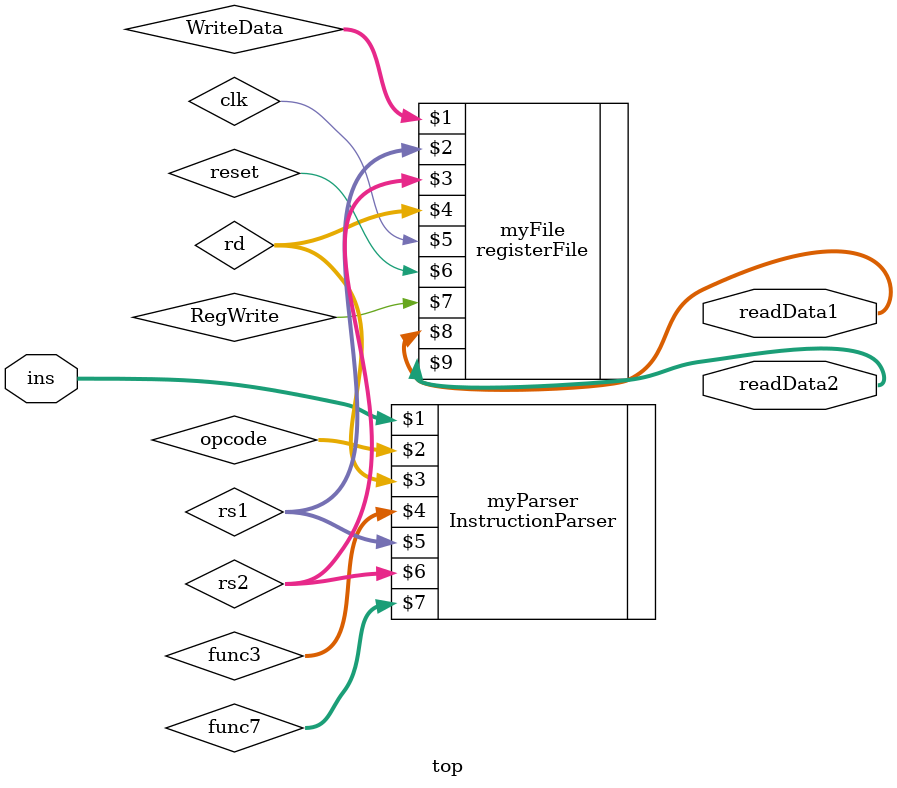
<source format=v>
module top(
    input [31:0] ins,
    output [63:0] readData1, readData2
);

    wire [6:0] opcode;
    wire [4:0] rd;
    wire [2:0] func3;
    wire [4:0] rs1;
    wire [4:0] rs2;
    wire [6:0] func7;

    wire [63:0] WriteData;
    wire clk, reset, RegWrite; 

    InstructionParser myParser(ins, opcode, rd, func3, rs1, rs2, func7);

    registerFile myFile(WriteData, rs1, rs2, rd, clk, reset, RegWrite, readData1, readData2);

endmodule
</source>
